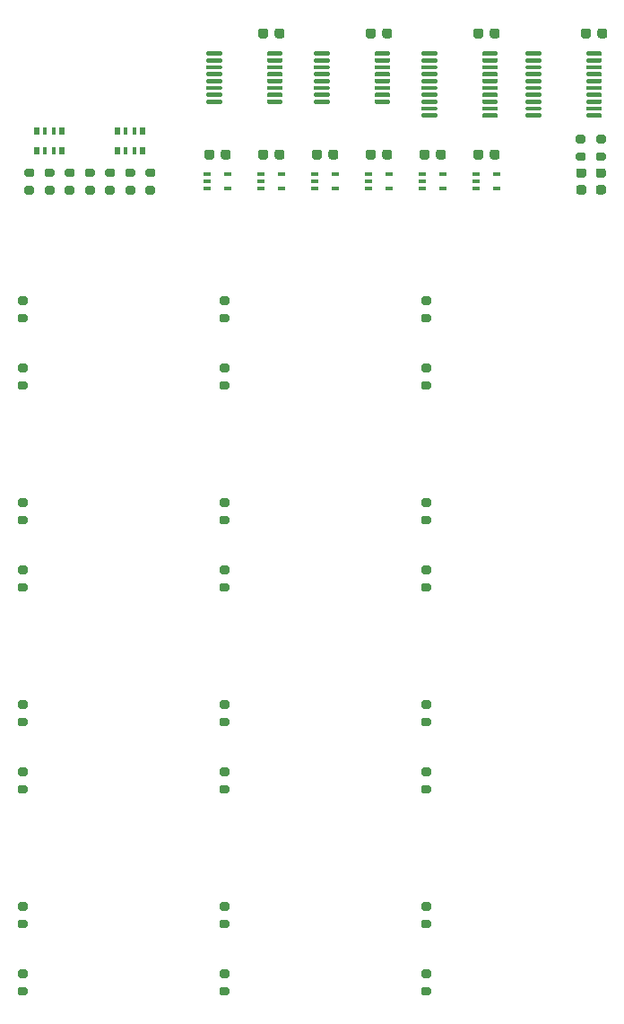
<source format=gbr>
%TF.GenerationSoftware,KiCad,Pcbnew,(5.1.9)-1*%
%TF.CreationDate,2021-05-31T11:32:24+02:00*%
%TF.ProjectId,periph_numpad,70657269-7068-45f6-9e75-6d7061642e6b,v1.0*%
%TF.SameCoordinates,Original*%
%TF.FileFunction,Paste,Top*%
%TF.FilePolarity,Positive*%
%FSLAX46Y46*%
G04 Gerber Fmt 4.6, Leading zero omitted, Abs format (unit mm)*
G04 Created by KiCad (PCBNEW (5.1.9)-1) date 2021-05-31 11:32:24*
%MOMM*%
%LPD*%
G01*
G04 APERTURE LIST*
%ADD10R,0.650000X0.400000*%
%ADD11R,0.500000X0.800000*%
%ADD12R,0.400000X0.800000*%
G04 APERTURE END LIST*
%TO.C,U1*%
G36*
G01*
X95470000Y-68680000D02*
X95470000Y-68480000D01*
G75*
G02*
X95570000Y-68380000I100000J0D01*
G01*
X96845000Y-68380000D01*
G75*
G02*
X96945000Y-68480000I0J-100000D01*
G01*
X96945000Y-68680000D01*
G75*
G02*
X96845000Y-68780000I-100000J0D01*
G01*
X95570000Y-68780000D01*
G75*
G02*
X95470000Y-68680000I0J100000D01*
G01*
G37*
G36*
G01*
X95470000Y-69330000D02*
X95470000Y-69130000D01*
G75*
G02*
X95570000Y-69030000I100000J0D01*
G01*
X96845000Y-69030000D01*
G75*
G02*
X96945000Y-69130000I0J-100000D01*
G01*
X96945000Y-69330000D01*
G75*
G02*
X96845000Y-69430000I-100000J0D01*
G01*
X95570000Y-69430000D01*
G75*
G02*
X95470000Y-69330000I0J100000D01*
G01*
G37*
G36*
G01*
X95470000Y-69980000D02*
X95470000Y-69780000D01*
G75*
G02*
X95570000Y-69680000I100000J0D01*
G01*
X96845000Y-69680000D01*
G75*
G02*
X96945000Y-69780000I0J-100000D01*
G01*
X96945000Y-69980000D01*
G75*
G02*
X96845000Y-70080000I-100000J0D01*
G01*
X95570000Y-70080000D01*
G75*
G02*
X95470000Y-69980000I0J100000D01*
G01*
G37*
G36*
G01*
X95470000Y-70630000D02*
X95470000Y-70430000D01*
G75*
G02*
X95570000Y-70330000I100000J0D01*
G01*
X96845000Y-70330000D01*
G75*
G02*
X96945000Y-70430000I0J-100000D01*
G01*
X96945000Y-70630000D01*
G75*
G02*
X96845000Y-70730000I-100000J0D01*
G01*
X95570000Y-70730000D01*
G75*
G02*
X95470000Y-70630000I0J100000D01*
G01*
G37*
G36*
G01*
X95470000Y-71280000D02*
X95470000Y-71080000D01*
G75*
G02*
X95570000Y-70980000I100000J0D01*
G01*
X96845000Y-70980000D01*
G75*
G02*
X96945000Y-71080000I0J-100000D01*
G01*
X96945000Y-71280000D01*
G75*
G02*
X96845000Y-71380000I-100000J0D01*
G01*
X95570000Y-71380000D01*
G75*
G02*
X95470000Y-71280000I0J100000D01*
G01*
G37*
G36*
G01*
X95470000Y-71930000D02*
X95470000Y-71730000D01*
G75*
G02*
X95570000Y-71630000I100000J0D01*
G01*
X96845000Y-71630000D01*
G75*
G02*
X96945000Y-71730000I0J-100000D01*
G01*
X96945000Y-71930000D01*
G75*
G02*
X96845000Y-72030000I-100000J0D01*
G01*
X95570000Y-72030000D01*
G75*
G02*
X95470000Y-71930000I0J100000D01*
G01*
G37*
G36*
G01*
X95470000Y-72580000D02*
X95470000Y-72380000D01*
G75*
G02*
X95570000Y-72280000I100000J0D01*
G01*
X96845000Y-72280000D01*
G75*
G02*
X96945000Y-72380000I0J-100000D01*
G01*
X96945000Y-72580000D01*
G75*
G02*
X96845000Y-72680000I-100000J0D01*
G01*
X95570000Y-72680000D01*
G75*
G02*
X95470000Y-72580000I0J100000D01*
G01*
G37*
G36*
G01*
X95470000Y-73230000D02*
X95470000Y-73030000D01*
G75*
G02*
X95570000Y-72930000I100000J0D01*
G01*
X96845000Y-72930000D01*
G75*
G02*
X96945000Y-73030000I0J-100000D01*
G01*
X96945000Y-73230000D01*
G75*
G02*
X96845000Y-73330000I-100000J0D01*
G01*
X95570000Y-73330000D01*
G75*
G02*
X95470000Y-73230000I0J100000D01*
G01*
G37*
G36*
G01*
X89745000Y-73230000D02*
X89745000Y-73030000D01*
G75*
G02*
X89845000Y-72930000I100000J0D01*
G01*
X91120000Y-72930000D01*
G75*
G02*
X91220000Y-73030000I0J-100000D01*
G01*
X91220000Y-73230000D01*
G75*
G02*
X91120000Y-73330000I-100000J0D01*
G01*
X89845000Y-73330000D01*
G75*
G02*
X89745000Y-73230000I0J100000D01*
G01*
G37*
G36*
G01*
X89745000Y-72580000D02*
X89745000Y-72380000D01*
G75*
G02*
X89845000Y-72280000I100000J0D01*
G01*
X91120000Y-72280000D01*
G75*
G02*
X91220000Y-72380000I0J-100000D01*
G01*
X91220000Y-72580000D01*
G75*
G02*
X91120000Y-72680000I-100000J0D01*
G01*
X89845000Y-72680000D01*
G75*
G02*
X89745000Y-72580000I0J100000D01*
G01*
G37*
G36*
G01*
X89745000Y-71930000D02*
X89745000Y-71730000D01*
G75*
G02*
X89845000Y-71630000I100000J0D01*
G01*
X91120000Y-71630000D01*
G75*
G02*
X91220000Y-71730000I0J-100000D01*
G01*
X91220000Y-71930000D01*
G75*
G02*
X91120000Y-72030000I-100000J0D01*
G01*
X89845000Y-72030000D01*
G75*
G02*
X89745000Y-71930000I0J100000D01*
G01*
G37*
G36*
G01*
X89745000Y-71280000D02*
X89745000Y-71080000D01*
G75*
G02*
X89845000Y-70980000I100000J0D01*
G01*
X91120000Y-70980000D01*
G75*
G02*
X91220000Y-71080000I0J-100000D01*
G01*
X91220000Y-71280000D01*
G75*
G02*
X91120000Y-71380000I-100000J0D01*
G01*
X89845000Y-71380000D01*
G75*
G02*
X89745000Y-71280000I0J100000D01*
G01*
G37*
G36*
G01*
X89745000Y-70630000D02*
X89745000Y-70430000D01*
G75*
G02*
X89845000Y-70330000I100000J0D01*
G01*
X91120000Y-70330000D01*
G75*
G02*
X91220000Y-70430000I0J-100000D01*
G01*
X91220000Y-70630000D01*
G75*
G02*
X91120000Y-70730000I-100000J0D01*
G01*
X89845000Y-70730000D01*
G75*
G02*
X89745000Y-70630000I0J100000D01*
G01*
G37*
G36*
G01*
X89745000Y-69980000D02*
X89745000Y-69780000D01*
G75*
G02*
X89845000Y-69680000I100000J0D01*
G01*
X91120000Y-69680000D01*
G75*
G02*
X91220000Y-69780000I0J-100000D01*
G01*
X91220000Y-69980000D01*
G75*
G02*
X91120000Y-70080000I-100000J0D01*
G01*
X89845000Y-70080000D01*
G75*
G02*
X89745000Y-69980000I0J100000D01*
G01*
G37*
G36*
G01*
X89745000Y-69330000D02*
X89745000Y-69130000D01*
G75*
G02*
X89845000Y-69030000I100000J0D01*
G01*
X91120000Y-69030000D01*
G75*
G02*
X91220000Y-69130000I0J-100000D01*
G01*
X91220000Y-69330000D01*
G75*
G02*
X91120000Y-69430000I-100000J0D01*
G01*
X89845000Y-69430000D01*
G75*
G02*
X89745000Y-69330000I0J100000D01*
G01*
G37*
G36*
G01*
X89745000Y-68680000D02*
X89745000Y-68480000D01*
G75*
G02*
X89845000Y-68380000I100000J0D01*
G01*
X91120000Y-68380000D01*
G75*
G02*
X91220000Y-68480000I0J-100000D01*
G01*
X91220000Y-68680000D01*
G75*
G02*
X91120000Y-68780000I-100000J0D01*
G01*
X89845000Y-68780000D01*
G75*
G02*
X89745000Y-68680000I0J100000D01*
G01*
G37*
%TD*%
%TO.C,R33*%
G36*
G01*
X124820000Y-77895000D02*
X125370000Y-77895000D01*
G75*
G02*
X125570000Y-78095000I0J-200000D01*
G01*
X125570000Y-78495000D01*
G75*
G02*
X125370000Y-78695000I-200000J0D01*
G01*
X124820000Y-78695000D01*
G75*
G02*
X124620000Y-78495000I0J200000D01*
G01*
X124620000Y-78095000D01*
G75*
G02*
X124820000Y-77895000I200000J0D01*
G01*
G37*
G36*
G01*
X124820000Y-76245000D02*
X125370000Y-76245000D01*
G75*
G02*
X125570000Y-76445000I0J-200000D01*
G01*
X125570000Y-76845000D01*
G75*
G02*
X125370000Y-77045000I-200000J0D01*
G01*
X124820000Y-77045000D01*
G75*
G02*
X124620000Y-76845000I0J200000D01*
G01*
X124620000Y-76445000D01*
G75*
G02*
X124820000Y-76245000I200000J0D01*
G01*
G37*
%TD*%
%TO.C,R32*%
G36*
G01*
X126725000Y-77895000D02*
X127275000Y-77895000D01*
G75*
G02*
X127475000Y-78095000I0J-200000D01*
G01*
X127475000Y-78495000D01*
G75*
G02*
X127275000Y-78695000I-200000J0D01*
G01*
X126725000Y-78695000D01*
G75*
G02*
X126525000Y-78495000I0J200000D01*
G01*
X126525000Y-78095000D01*
G75*
G02*
X126725000Y-77895000I200000J0D01*
G01*
G37*
G36*
G01*
X126725000Y-76245000D02*
X127275000Y-76245000D01*
G75*
G02*
X127475000Y-76445000I0J-200000D01*
G01*
X127475000Y-76845000D01*
G75*
G02*
X127275000Y-77045000I-200000J0D01*
G01*
X126725000Y-77045000D01*
G75*
G02*
X126525000Y-76845000I0J200000D01*
G01*
X126525000Y-76445000D01*
G75*
G02*
X126725000Y-76245000I200000J0D01*
G01*
G37*
%TD*%
D10*
%TO.C,U10*%
X117155000Y-79995000D03*
X117155000Y-81295000D03*
X115255000Y-80645000D03*
X115255000Y-81295000D03*
X115255000Y-79995000D03*
%TD*%
%TO.C,C10*%
G36*
G01*
X116530000Y-78355000D02*
X116530000Y-77855000D01*
G75*
G02*
X116755000Y-77630000I225000J0D01*
G01*
X117205000Y-77630000D01*
G75*
G02*
X117430000Y-77855000I0J-225000D01*
G01*
X117430000Y-78355000D01*
G75*
G02*
X117205000Y-78580000I-225000J0D01*
G01*
X116755000Y-78580000D01*
G75*
G02*
X116530000Y-78355000I0J225000D01*
G01*
G37*
G36*
G01*
X114980000Y-78355000D02*
X114980000Y-77855000D01*
G75*
G02*
X115205000Y-77630000I225000J0D01*
G01*
X115655000Y-77630000D01*
G75*
G02*
X115880000Y-77855000I0J-225000D01*
G01*
X115880000Y-78355000D01*
G75*
G02*
X115655000Y-78580000I-225000J0D01*
G01*
X115205000Y-78580000D01*
G75*
G02*
X114980000Y-78355000I0J225000D01*
G01*
G37*
%TD*%
%TO.C,R7*%
G36*
G01*
X73300000Y-80220000D02*
X72750000Y-80220000D01*
G75*
G02*
X72550000Y-80020000I0J200000D01*
G01*
X72550000Y-79620000D01*
G75*
G02*
X72750000Y-79420000I200000J0D01*
G01*
X73300000Y-79420000D01*
G75*
G02*
X73500000Y-79620000I0J-200000D01*
G01*
X73500000Y-80020000D01*
G75*
G02*
X73300000Y-80220000I-200000J0D01*
G01*
G37*
G36*
G01*
X73300000Y-81870000D02*
X72750000Y-81870000D01*
G75*
G02*
X72550000Y-81670000I0J200000D01*
G01*
X72550000Y-81270000D01*
G75*
G02*
X72750000Y-81070000I200000J0D01*
G01*
X73300000Y-81070000D01*
G75*
G02*
X73500000Y-81270000I0J-200000D01*
G01*
X73500000Y-81670000D01*
G75*
G02*
X73300000Y-81870000I-200000J0D01*
G01*
G37*
%TD*%
%TO.C,R6*%
G36*
G01*
X75205000Y-80220000D02*
X74655000Y-80220000D01*
G75*
G02*
X74455000Y-80020000I0J200000D01*
G01*
X74455000Y-79620000D01*
G75*
G02*
X74655000Y-79420000I200000J0D01*
G01*
X75205000Y-79420000D01*
G75*
G02*
X75405000Y-79620000I0J-200000D01*
G01*
X75405000Y-80020000D01*
G75*
G02*
X75205000Y-80220000I-200000J0D01*
G01*
G37*
G36*
G01*
X75205000Y-81870000D02*
X74655000Y-81870000D01*
G75*
G02*
X74455000Y-81670000I0J200000D01*
G01*
X74455000Y-81270000D01*
G75*
G02*
X74655000Y-81070000I200000J0D01*
G01*
X75205000Y-81070000D01*
G75*
G02*
X75405000Y-81270000I0J-200000D01*
G01*
X75405000Y-81670000D01*
G75*
G02*
X75205000Y-81870000I-200000J0D01*
G01*
G37*
%TD*%
%TO.C,R5*%
G36*
G01*
X77110000Y-80220000D02*
X76560000Y-80220000D01*
G75*
G02*
X76360000Y-80020000I0J200000D01*
G01*
X76360000Y-79620000D01*
G75*
G02*
X76560000Y-79420000I200000J0D01*
G01*
X77110000Y-79420000D01*
G75*
G02*
X77310000Y-79620000I0J-200000D01*
G01*
X77310000Y-80020000D01*
G75*
G02*
X77110000Y-80220000I-200000J0D01*
G01*
G37*
G36*
G01*
X77110000Y-81870000D02*
X76560000Y-81870000D01*
G75*
G02*
X76360000Y-81670000I0J200000D01*
G01*
X76360000Y-81270000D01*
G75*
G02*
X76560000Y-81070000I200000J0D01*
G01*
X77110000Y-81070000D01*
G75*
G02*
X77310000Y-81270000I0J-200000D01*
G01*
X77310000Y-81670000D01*
G75*
G02*
X77110000Y-81870000I-200000J0D01*
G01*
G37*
%TD*%
%TO.C,R4*%
G36*
G01*
X79015000Y-80220000D02*
X78465000Y-80220000D01*
G75*
G02*
X78265000Y-80020000I0J200000D01*
G01*
X78265000Y-79620000D01*
G75*
G02*
X78465000Y-79420000I200000J0D01*
G01*
X79015000Y-79420000D01*
G75*
G02*
X79215000Y-79620000I0J-200000D01*
G01*
X79215000Y-80020000D01*
G75*
G02*
X79015000Y-80220000I-200000J0D01*
G01*
G37*
G36*
G01*
X79015000Y-81870000D02*
X78465000Y-81870000D01*
G75*
G02*
X78265000Y-81670000I0J200000D01*
G01*
X78265000Y-81270000D01*
G75*
G02*
X78465000Y-81070000I200000J0D01*
G01*
X79015000Y-81070000D01*
G75*
G02*
X79215000Y-81270000I0J-200000D01*
G01*
X79215000Y-81670000D01*
G75*
G02*
X79015000Y-81870000I-200000J0D01*
G01*
G37*
%TD*%
%TO.C,R3*%
G36*
G01*
X80920000Y-80220000D02*
X80370000Y-80220000D01*
G75*
G02*
X80170000Y-80020000I0J200000D01*
G01*
X80170000Y-79620000D01*
G75*
G02*
X80370000Y-79420000I200000J0D01*
G01*
X80920000Y-79420000D01*
G75*
G02*
X81120000Y-79620000I0J-200000D01*
G01*
X81120000Y-80020000D01*
G75*
G02*
X80920000Y-80220000I-200000J0D01*
G01*
G37*
G36*
G01*
X80920000Y-81870000D02*
X80370000Y-81870000D01*
G75*
G02*
X80170000Y-81670000I0J200000D01*
G01*
X80170000Y-81270000D01*
G75*
G02*
X80370000Y-81070000I200000J0D01*
G01*
X80920000Y-81070000D01*
G75*
G02*
X81120000Y-81270000I0J-200000D01*
G01*
X81120000Y-81670000D01*
G75*
G02*
X80920000Y-81870000I-200000J0D01*
G01*
G37*
%TD*%
%TO.C,R2*%
G36*
G01*
X82825000Y-80220000D02*
X82275000Y-80220000D01*
G75*
G02*
X82075000Y-80020000I0J200000D01*
G01*
X82075000Y-79620000D01*
G75*
G02*
X82275000Y-79420000I200000J0D01*
G01*
X82825000Y-79420000D01*
G75*
G02*
X83025000Y-79620000I0J-200000D01*
G01*
X83025000Y-80020000D01*
G75*
G02*
X82825000Y-80220000I-200000J0D01*
G01*
G37*
G36*
G01*
X82825000Y-81870000D02*
X82275000Y-81870000D01*
G75*
G02*
X82075000Y-81670000I0J200000D01*
G01*
X82075000Y-81270000D01*
G75*
G02*
X82275000Y-81070000I200000J0D01*
G01*
X82825000Y-81070000D01*
G75*
G02*
X83025000Y-81270000I0J-200000D01*
G01*
X83025000Y-81670000D01*
G75*
G02*
X82825000Y-81870000I-200000J0D01*
G01*
G37*
%TD*%
%TO.C,R1*%
G36*
G01*
X84730000Y-80220000D02*
X84180000Y-80220000D01*
G75*
G02*
X83980000Y-80020000I0J200000D01*
G01*
X83980000Y-79620000D01*
G75*
G02*
X84180000Y-79420000I200000J0D01*
G01*
X84730000Y-79420000D01*
G75*
G02*
X84930000Y-79620000I0J-200000D01*
G01*
X84930000Y-80020000D01*
G75*
G02*
X84730000Y-80220000I-200000J0D01*
G01*
G37*
G36*
G01*
X84730000Y-81870000D02*
X84180000Y-81870000D01*
G75*
G02*
X83980000Y-81670000I0J200000D01*
G01*
X83980000Y-81270000D01*
G75*
G02*
X84180000Y-81070000I200000J0D01*
G01*
X84730000Y-81070000D01*
G75*
G02*
X84930000Y-81270000I0J-200000D01*
G01*
X84930000Y-81670000D01*
G75*
G02*
X84730000Y-81870000I-200000J0D01*
G01*
G37*
%TD*%
%TO.C,D14*%
G36*
G01*
X125401250Y-80295000D02*
X124888750Y-80295000D01*
G75*
G02*
X124670000Y-80076250I0J218750D01*
G01*
X124670000Y-79638750D01*
G75*
G02*
X124888750Y-79420000I218750J0D01*
G01*
X125401250Y-79420000D01*
G75*
G02*
X125620000Y-79638750I0J-218750D01*
G01*
X125620000Y-80076250D01*
G75*
G02*
X125401250Y-80295000I-218750J0D01*
G01*
G37*
G36*
G01*
X125401250Y-81870000D02*
X124888750Y-81870000D01*
G75*
G02*
X124670000Y-81651250I0J218750D01*
G01*
X124670000Y-81213750D01*
G75*
G02*
X124888750Y-80995000I218750J0D01*
G01*
X125401250Y-80995000D01*
G75*
G02*
X125620000Y-81213750I0J-218750D01*
G01*
X125620000Y-81651250D01*
G75*
G02*
X125401250Y-81870000I-218750J0D01*
G01*
G37*
%TD*%
%TO.C,D13*%
G36*
G01*
X127256250Y-80295000D02*
X126743750Y-80295000D01*
G75*
G02*
X126525000Y-80076250I0J218750D01*
G01*
X126525000Y-79638750D01*
G75*
G02*
X126743750Y-79420000I218750J0D01*
G01*
X127256250Y-79420000D01*
G75*
G02*
X127475000Y-79638750I0J-218750D01*
G01*
X127475000Y-80076250D01*
G75*
G02*
X127256250Y-80295000I-218750J0D01*
G01*
G37*
G36*
G01*
X127256250Y-81870000D02*
X126743750Y-81870000D01*
G75*
G02*
X126525000Y-81651250I0J218750D01*
G01*
X126525000Y-81213750D01*
G75*
G02*
X126743750Y-80995000I218750J0D01*
G01*
X127256250Y-80995000D01*
G75*
G02*
X127475000Y-81213750I0J-218750D01*
G01*
X127475000Y-81651250D01*
G75*
G02*
X127256250Y-81870000I-218750J0D01*
G01*
G37*
%TD*%
%TO.C,U9*%
G36*
G01*
X115790000Y-68680000D02*
X115790000Y-68480000D01*
G75*
G02*
X115890000Y-68380000I100000J0D01*
G01*
X117165000Y-68380000D01*
G75*
G02*
X117265000Y-68480000I0J-100000D01*
G01*
X117265000Y-68680000D01*
G75*
G02*
X117165000Y-68780000I-100000J0D01*
G01*
X115890000Y-68780000D01*
G75*
G02*
X115790000Y-68680000I0J100000D01*
G01*
G37*
G36*
G01*
X115790000Y-69330000D02*
X115790000Y-69130000D01*
G75*
G02*
X115890000Y-69030000I100000J0D01*
G01*
X117165000Y-69030000D01*
G75*
G02*
X117265000Y-69130000I0J-100000D01*
G01*
X117265000Y-69330000D01*
G75*
G02*
X117165000Y-69430000I-100000J0D01*
G01*
X115890000Y-69430000D01*
G75*
G02*
X115790000Y-69330000I0J100000D01*
G01*
G37*
G36*
G01*
X115790000Y-69980000D02*
X115790000Y-69780000D01*
G75*
G02*
X115890000Y-69680000I100000J0D01*
G01*
X117165000Y-69680000D01*
G75*
G02*
X117265000Y-69780000I0J-100000D01*
G01*
X117265000Y-69980000D01*
G75*
G02*
X117165000Y-70080000I-100000J0D01*
G01*
X115890000Y-70080000D01*
G75*
G02*
X115790000Y-69980000I0J100000D01*
G01*
G37*
G36*
G01*
X115790000Y-70630000D02*
X115790000Y-70430000D01*
G75*
G02*
X115890000Y-70330000I100000J0D01*
G01*
X117165000Y-70330000D01*
G75*
G02*
X117265000Y-70430000I0J-100000D01*
G01*
X117265000Y-70630000D01*
G75*
G02*
X117165000Y-70730000I-100000J0D01*
G01*
X115890000Y-70730000D01*
G75*
G02*
X115790000Y-70630000I0J100000D01*
G01*
G37*
G36*
G01*
X115790000Y-71280000D02*
X115790000Y-71080000D01*
G75*
G02*
X115890000Y-70980000I100000J0D01*
G01*
X117165000Y-70980000D01*
G75*
G02*
X117265000Y-71080000I0J-100000D01*
G01*
X117265000Y-71280000D01*
G75*
G02*
X117165000Y-71380000I-100000J0D01*
G01*
X115890000Y-71380000D01*
G75*
G02*
X115790000Y-71280000I0J100000D01*
G01*
G37*
G36*
G01*
X115790000Y-71930000D02*
X115790000Y-71730000D01*
G75*
G02*
X115890000Y-71630000I100000J0D01*
G01*
X117165000Y-71630000D01*
G75*
G02*
X117265000Y-71730000I0J-100000D01*
G01*
X117265000Y-71930000D01*
G75*
G02*
X117165000Y-72030000I-100000J0D01*
G01*
X115890000Y-72030000D01*
G75*
G02*
X115790000Y-71930000I0J100000D01*
G01*
G37*
G36*
G01*
X115790000Y-72580000D02*
X115790000Y-72380000D01*
G75*
G02*
X115890000Y-72280000I100000J0D01*
G01*
X117165000Y-72280000D01*
G75*
G02*
X117265000Y-72380000I0J-100000D01*
G01*
X117265000Y-72580000D01*
G75*
G02*
X117165000Y-72680000I-100000J0D01*
G01*
X115890000Y-72680000D01*
G75*
G02*
X115790000Y-72580000I0J100000D01*
G01*
G37*
G36*
G01*
X115790000Y-73230000D02*
X115790000Y-73030000D01*
G75*
G02*
X115890000Y-72930000I100000J0D01*
G01*
X117165000Y-72930000D01*
G75*
G02*
X117265000Y-73030000I0J-100000D01*
G01*
X117265000Y-73230000D01*
G75*
G02*
X117165000Y-73330000I-100000J0D01*
G01*
X115890000Y-73330000D01*
G75*
G02*
X115790000Y-73230000I0J100000D01*
G01*
G37*
G36*
G01*
X115790000Y-73880000D02*
X115790000Y-73680000D01*
G75*
G02*
X115890000Y-73580000I100000J0D01*
G01*
X117165000Y-73580000D01*
G75*
G02*
X117265000Y-73680000I0J-100000D01*
G01*
X117265000Y-73880000D01*
G75*
G02*
X117165000Y-73980000I-100000J0D01*
G01*
X115890000Y-73980000D01*
G75*
G02*
X115790000Y-73880000I0J100000D01*
G01*
G37*
G36*
G01*
X115790000Y-74530000D02*
X115790000Y-74330000D01*
G75*
G02*
X115890000Y-74230000I100000J0D01*
G01*
X117165000Y-74230000D01*
G75*
G02*
X117265000Y-74330000I0J-100000D01*
G01*
X117265000Y-74530000D01*
G75*
G02*
X117165000Y-74630000I-100000J0D01*
G01*
X115890000Y-74630000D01*
G75*
G02*
X115790000Y-74530000I0J100000D01*
G01*
G37*
G36*
G01*
X110065000Y-74530000D02*
X110065000Y-74330000D01*
G75*
G02*
X110165000Y-74230000I100000J0D01*
G01*
X111440000Y-74230000D01*
G75*
G02*
X111540000Y-74330000I0J-100000D01*
G01*
X111540000Y-74530000D01*
G75*
G02*
X111440000Y-74630000I-100000J0D01*
G01*
X110165000Y-74630000D01*
G75*
G02*
X110065000Y-74530000I0J100000D01*
G01*
G37*
G36*
G01*
X110065000Y-73880000D02*
X110065000Y-73680000D01*
G75*
G02*
X110165000Y-73580000I100000J0D01*
G01*
X111440000Y-73580000D01*
G75*
G02*
X111540000Y-73680000I0J-100000D01*
G01*
X111540000Y-73880000D01*
G75*
G02*
X111440000Y-73980000I-100000J0D01*
G01*
X110165000Y-73980000D01*
G75*
G02*
X110065000Y-73880000I0J100000D01*
G01*
G37*
G36*
G01*
X110065000Y-73230000D02*
X110065000Y-73030000D01*
G75*
G02*
X110165000Y-72930000I100000J0D01*
G01*
X111440000Y-72930000D01*
G75*
G02*
X111540000Y-73030000I0J-100000D01*
G01*
X111540000Y-73230000D01*
G75*
G02*
X111440000Y-73330000I-100000J0D01*
G01*
X110165000Y-73330000D01*
G75*
G02*
X110065000Y-73230000I0J100000D01*
G01*
G37*
G36*
G01*
X110065000Y-72580000D02*
X110065000Y-72380000D01*
G75*
G02*
X110165000Y-72280000I100000J0D01*
G01*
X111440000Y-72280000D01*
G75*
G02*
X111540000Y-72380000I0J-100000D01*
G01*
X111540000Y-72580000D01*
G75*
G02*
X111440000Y-72680000I-100000J0D01*
G01*
X110165000Y-72680000D01*
G75*
G02*
X110065000Y-72580000I0J100000D01*
G01*
G37*
G36*
G01*
X110065000Y-71930000D02*
X110065000Y-71730000D01*
G75*
G02*
X110165000Y-71630000I100000J0D01*
G01*
X111440000Y-71630000D01*
G75*
G02*
X111540000Y-71730000I0J-100000D01*
G01*
X111540000Y-71930000D01*
G75*
G02*
X111440000Y-72030000I-100000J0D01*
G01*
X110165000Y-72030000D01*
G75*
G02*
X110065000Y-71930000I0J100000D01*
G01*
G37*
G36*
G01*
X110065000Y-71280000D02*
X110065000Y-71080000D01*
G75*
G02*
X110165000Y-70980000I100000J0D01*
G01*
X111440000Y-70980000D01*
G75*
G02*
X111540000Y-71080000I0J-100000D01*
G01*
X111540000Y-71280000D01*
G75*
G02*
X111440000Y-71380000I-100000J0D01*
G01*
X110165000Y-71380000D01*
G75*
G02*
X110065000Y-71280000I0J100000D01*
G01*
G37*
G36*
G01*
X110065000Y-70630000D02*
X110065000Y-70430000D01*
G75*
G02*
X110165000Y-70330000I100000J0D01*
G01*
X111440000Y-70330000D01*
G75*
G02*
X111540000Y-70430000I0J-100000D01*
G01*
X111540000Y-70630000D01*
G75*
G02*
X111440000Y-70730000I-100000J0D01*
G01*
X110165000Y-70730000D01*
G75*
G02*
X110065000Y-70630000I0J100000D01*
G01*
G37*
G36*
G01*
X110065000Y-69980000D02*
X110065000Y-69780000D01*
G75*
G02*
X110165000Y-69680000I100000J0D01*
G01*
X111440000Y-69680000D01*
G75*
G02*
X111540000Y-69780000I0J-100000D01*
G01*
X111540000Y-69980000D01*
G75*
G02*
X111440000Y-70080000I-100000J0D01*
G01*
X110165000Y-70080000D01*
G75*
G02*
X110065000Y-69980000I0J100000D01*
G01*
G37*
G36*
G01*
X110065000Y-69330000D02*
X110065000Y-69130000D01*
G75*
G02*
X110165000Y-69030000I100000J0D01*
G01*
X111440000Y-69030000D01*
G75*
G02*
X111540000Y-69130000I0J-100000D01*
G01*
X111540000Y-69330000D01*
G75*
G02*
X111440000Y-69430000I-100000J0D01*
G01*
X110165000Y-69430000D01*
G75*
G02*
X110065000Y-69330000I0J100000D01*
G01*
G37*
G36*
G01*
X110065000Y-68680000D02*
X110065000Y-68480000D01*
G75*
G02*
X110165000Y-68380000I100000J0D01*
G01*
X111440000Y-68380000D01*
G75*
G02*
X111540000Y-68480000I0J-100000D01*
G01*
X111540000Y-68680000D01*
G75*
G02*
X111440000Y-68780000I-100000J0D01*
G01*
X110165000Y-68780000D01*
G75*
G02*
X110065000Y-68680000I0J100000D01*
G01*
G37*
%TD*%
%TO.C,U8*%
G36*
G01*
X125627500Y-68680000D02*
X125627500Y-68480000D01*
G75*
G02*
X125727500Y-68380000I100000J0D01*
G01*
X127002500Y-68380000D01*
G75*
G02*
X127102500Y-68480000I0J-100000D01*
G01*
X127102500Y-68680000D01*
G75*
G02*
X127002500Y-68780000I-100000J0D01*
G01*
X125727500Y-68780000D01*
G75*
G02*
X125627500Y-68680000I0J100000D01*
G01*
G37*
G36*
G01*
X125627500Y-69330000D02*
X125627500Y-69130000D01*
G75*
G02*
X125727500Y-69030000I100000J0D01*
G01*
X127002500Y-69030000D01*
G75*
G02*
X127102500Y-69130000I0J-100000D01*
G01*
X127102500Y-69330000D01*
G75*
G02*
X127002500Y-69430000I-100000J0D01*
G01*
X125727500Y-69430000D01*
G75*
G02*
X125627500Y-69330000I0J100000D01*
G01*
G37*
G36*
G01*
X125627500Y-69980000D02*
X125627500Y-69780000D01*
G75*
G02*
X125727500Y-69680000I100000J0D01*
G01*
X127002500Y-69680000D01*
G75*
G02*
X127102500Y-69780000I0J-100000D01*
G01*
X127102500Y-69980000D01*
G75*
G02*
X127002500Y-70080000I-100000J0D01*
G01*
X125727500Y-70080000D01*
G75*
G02*
X125627500Y-69980000I0J100000D01*
G01*
G37*
G36*
G01*
X125627500Y-70630000D02*
X125627500Y-70430000D01*
G75*
G02*
X125727500Y-70330000I100000J0D01*
G01*
X127002500Y-70330000D01*
G75*
G02*
X127102500Y-70430000I0J-100000D01*
G01*
X127102500Y-70630000D01*
G75*
G02*
X127002500Y-70730000I-100000J0D01*
G01*
X125727500Y-70730000D01*
G75*
G02*
X125627500Y-70630000I0J100000D01*
G01*
G37*
G36*
G01*
X125627500Y-71280000D02*
X125627500Y-71080000D01*
G75*
G02*
X125727500Y-70980000I100000J0D01*
G01*
X127002500Y-70980000D01*
G75*
G02*
X127102500Y-71080000I0J-100000D01*
G01*
X127102500Y-71280000D01*
G75*
G02*
X127002500Y-71380000I-100000J0D01*
G01*
X125727500Y-71380000D01*
G75*
G02*
X125627500Y-71280000I0J100000D01*
G01*
G37*
G36*
G01*
X125627500Y-71930000D02*
X125627500Y-71730000D01*
G75*
G02*
X125727500Y-71630000I100000J0D01*
G01*
X127002500Y-71630000D01*
G75*
G02*
X127102500Y-71730000I0J-100000D01*
G01*
X127102500Y-71930000D01*
G75*
G02*
X127002500Y-72030000I-100000J0D01*
G01*
X125727500Y-72030000D01*
G75*
G02*
X125627500Y-71930000I0J100000D01*
G01*
G37*
G36*
G01*
X125627500Y-72580000D02*
X125627500Y-72380000D01*
G75*
G02*
X125727500Y-72280000I100000J0D01*
G01*
X127002500Y-72280000D01*
G75*
G02*
X127102500Y-72380000I0J-100000D01*
G01*
X127102500Y-72580000D01*
G75*
G02*
X127002500Y-72680000I-100000J0D01*
G01*
X125727500Y-72680000D01*
G75*
G02*
X125627500Y-72580000I0J100000D01*
G01*
G37*
G36*
G01*
X125627500Y-73230000D02*
X125627500Y-73030000D01*
G75*
G02*
X125727500Y-72930000I100000J0D01*
G01*
X127002500Y-72930000D01*
G75*
G02*
X127102500Y-73030000I0J-100000D01*
G01*
X127102500Y-73230000D01*
G75*
G02*
X127002500Y-73330000I-100000J0D01*
G01*
X125727500Y-73330000D01*
G75*
G02*
X125627500Y-73230000I0J100000D01*
G01*
G37*
G36*
G01*
X125627500Y-73880000D02*
X125627500Y-73680000D01*
G75*
G02*
X125727500Y-73580000I100000J0D01*
G01*
X127002500Y-73580000D01*
G75*
G02*
X127102500Y-73680000I0J-100000D01*
G01*
X127102500Y-73880000D01*
G75*
G02*
X127002500Y-73980000I-100000J0D01*
G01*
X125727500Y-73980000D01*
G75*
G02*
X125627500Y-73880000I0J100000D01*
G01*
G37*
G36*
G01*
X125627500Y-74530000D02*
X125627500Y-74330000D01*
G75*
G02*
X125727500Y-74230000I100000J0D01*
G01*
X127002500Y-74230000D01*
G75*
G02*
X127102500Y-74330000I0J-100000D01*
G01*
X127102500Y-74530000D01*
G75*
G02*
X127002500Y-74630000I-100000J0D01*
G01*
X125727500Y-74630000D01*
G75*
G02*
X125627500Y-74530000I0J100000D01*
G01*
G37*
G36*
G01*
X119902500Y-74530000D02*
X119902500Y-74330000D01*
G75*
G02*
X120002500Y-74230000I100000J0D01*
G01*
X121277500Y-74230000D01*
G75*
G02*
X121377500Y-74330000I0J-100000D01*
G01*
X121377500Y-74530000D01*
G75*
G02*
X121277500Y-74630000I-100000J0D01*
G01*
X120002500Y-74630000D01*
G75*
G02*
X119902500Y-74530000I0J100000D01*
G01*
G37*
G36*
G01*
X119902500Y-73880000D02*
X119902500Y-73680000D01*
G75*
G02*
X120002500Y-73580000I100000J0D01*
G01*
X121277500Y-73580000D01*
G75*
G02*
X121377500Y-73680000I0J-100000D01*
G01*
X121377500Y-73880000D01*
G75*
G02*
X121277500Y-73980000I-100000J0D01*
G01*
X120002500Y-73980000D01*
G75*
G02*
X119902500Y-73880000I0J100000D01*
G01*
G37*
G36*
G01*
X119902500Y-73230000D02*
X119902500Y-73030000D01*
G75*
G02*
X120002500Y-72930000I100000J0D01*
G01*
X121277500Y-72930000D01*
G75*
G02*
X121377500Y-73030000I0J-100000D01*
G01*
X121377500Y-73230000D01*
G75*
G02*
X121277500Y-73330000I-100000J0D01*
G01*
X120002500Y-73330000D01*
G75*
G02*
X119902500Y-73230000I0J100000D01*
G01*
G37*
G36*
G01*
X119902500Y-72580000D02*
X119902500Y-72380000D01*
G75*
G02*
X120002500Y-72280000I100000J0D01*
G01*
X121277500Y-72280000D01*
G75*
G02*
X121377500Y-72380000I0J-100000D01*
G01*
X121377500Y-72580000D01*
G75*
G02*
X121277500Y-72680000I-100000J0D01*
G01*
X120002500Y-72680000D01*
G75*
G02*
X119902500Y-72580000I0J100000D01*
G01*
G37*
G36*
G01*
X119902500Y-71930000D02*
X119902500Y-71730000D01*
G75*
G02*
X120002500Y-71630000I100000J0D01*
G01*
X121277500Y-71630000D01*
G75*
G02*
X121377500Y-71730000I0J-100000D01*
G01*
X121377500Y-71930000D01*
G75*
G02*
X121277500Y-72030000I-100000J0D01*
G01*
X120002500Y-72030000D01*
G75*
G02*
X119902500Y-71930000I0J100000D01*
G01*
G37*
G36*
G01*
X119902500Y-71280000D02*
X119902500Y-71080000D01*
G75*
G02*
X120002500Y-70980000I100000J0D01*
G01*
X121277500Y-70980000D01*
G75*
G02*
X121377500Y-71080000I0J-100000D01*
G01*
X121377500Y-71280000D01*
G75*
G02*
X121277500Y-71380000I-100000J0D01*
G01*
X120002500Y-71380000D01*
G75*
G02*
X119902500Y-71280000I0J100000D01*
G01*
G37*
G36*
G01*
X119902500Y-70630000D02*
X119902500Y-70430000D01*
G75*
G02*
X120002500Y-70330000I100000J0D01*
G01*
X121277500Y-70330000D01*
G75*
G02*
X121377500Y-70430000I0J-100000D01*
G01*
X121377500Y-70630000D01*
G75*
G02*
X121277500Y-70730000I-100000J0D01*
G01*
X120002500Y-70730000D01*
G75*
G02*
X119902500Y-70630000I0J100000D01*
G01*
G37*
G36*
G01*
X119902500Y-69980000D02*
X119902500Y-69780000D01*
G75*
G02*
X120002500Y-69680000I100000J0D01*
G01*
X121277500Y-69680000D01*
G75*
G02*
X121377500Y-69780000I0J-100000D01*
G01*
X121377500Y-69980000D01*
G75*
G02*
X121277500Y-70080000I-100000J0D01*
G01*
X120002500Y-70080000D01*
G75*
G02*
X119902500Y-69980000I0J100000D01*
G01*
G37*
G36*
G01*
X119902500Y-69330000D02*
X119902500Y-69130000D01*
G75*
G02*
X120002500Y-69030000I100000J0D01*
G01*
X121277500Y-69030000D01*
G75*
G02*
X121377500Y-69130000I0J-100000D01*
G01*
X121377500Y-69330000D01*
G75*
G02*
X121277500Y-69430000I-100000J0D01*
G01*
X120002500Y-69430000D01*
G75*
G02*
X119902500Y-69330000I0J100000D01*
G01*
G37*
G36*
G01*
X119902500Y-68680000D02*
X119902500Y-68480000D01*
G75*
G02*
X120002500Y-68380000I100000J0D01*
G01*
X121277500Y-68380000D01*
G75*
G02*
X121377500Y-68480000I0J-100000D01*
G01*
X121377500Y-68680000D01*
G75*
G02*
X121277500Y-68780000I-100000J0D01*
G01*
X120002500Y-68780000D01*
G75*
G02*
X119902500Y-68680000I0J100000D01*
G01*
G37*
%TD*%
%TO.C,U7*%
X96835000Y-79995000D03*
X96835000Y-81295000D03*
X94935000Y-80645000D03*
X94935000Y-81295000D03*
X94935000Y-79995000D03*
%TD*%
%TO.C,U6*%
X91755000Y-79995000D03*
X91755000Y-81295000D03*
X89855000Y-80645000D03*
X89855000Y-81295000D03*
X89855000Y-79995000D03*
%TD*%
%TO.C,U5*%
X112075000Y-79995000D03*
X112075000Y-81295000D03*
X110175000Y-80645000D03*
X110175000Y-81295000D03*
X110175000Y-79995000D03*
%TD*%
%TO.C,U4*%
X101915000Y-79995000D03*
X101915000Y-81295000D03*
X100015000Y-80645000D03*
X100015000Y-81295000D03*
X100015000Y-79995000D03*
%TD*%
%TO.C,U3*%
X106995000Y-79995000D03*
X106995000Y-81295000D03*
X105095000Y-80645000D03*
X105095000Y-81295000D03*
X105095000Y-79995000D03*
%TD*%
%TO.C,U2*%
G36*
G01*
X105630000Y-68680000D02*
X105630000Y-68480000D01*
G75*
G02*
X105730000Y-68380000I100000J0D01*
G01*
X107005000Y-68380000D01*
G75*
G02*
X107105000Y-68480000I0J-100000D01*
G01*
X107105000Y-68680000D01*
G75*
G02*
X107005000Y-68780000I-100000J0D01*
G01*
X105730000Y-68780000D01*
G75*
G02*
X105630000Y-68680000I0J100000D01*
G01*
G37*
G36*
G01*
X105630000Y-69330000D02*
X105630000Y-69130000D01*
G75*
G02*
X105730000Y-69030000I100000J0D01*
G01*
X107005000Y-69030000D01*
G75*
G02*
X107105000Y-69130000I0J-100000D01*
G01*
X107105000Y-69330000D01*
G75*
G02*
X107005000Y-69430000I-100000J0D01*
G01*
X105730000Y-69430000D01*
G75*
G02*
X105630000Y-69330000I0J100000D01*
G01*
G37*
G36*
G01*
X105630000Y-69980000D02*
X105630000Y-69780000D01*
G75*
G02*
X105730000Y-69680000I100000J0D01*
G01*
X107005000Y-69680000D01*
G75*
G02*
X107105000Y-69780000I0J-100000D01*
G01*
X107105000Y-69980000D01*
G75*
G02*
X107005000Y-70080000I-100000J0D01*
G01*
X105730000Y-70080000D01*
G75*
G02*
X105630000Y-69980000I0J100000D01*
G01*
G37*
G36*
G01*
X105630000Y-70630000D02*
X105630000Y-70430000D01*
G75*
G02*
X105730000Y-70330000I100000J0D01*
G01*
X107005000Y-70330000D01*
G75*
G02*
X107105000Y-70430000I0J-100000D01*
G01*
X107105000Y-70630000D01*
G75*
G02*
X107005000Y-70730000I-100000J0D01*
G01*
X105730000Y-70730000D01*
G75*
G02*
X105630000Y-70630000I0J100000D01*
G01*
G37*
G36*
G01*
X105630000Y-71280000D02*
X105630000Y-71080000D01*
G75*
G02*
X105730000Y-70980000I100000J0D01*
G01*
X107005000Y-70980000D01*
G75*
G02*
X107105000Y-71080000I0J-100000D01*
G01*
X107105000Y-71280000D01*
G75*
G02*
X107005000Y-71380000I-100000J0D01*
G01*
X105730000Y-71380000D01*
G75*
G02*
X105630000Y-71280000I0J100000D01*
G01*
G37*
G36*
G01*
X105630000Y-71930000D02*
X105630000Y-71730000D01*
G75*
G02*
X105730000Y-71630000I100000J0D01*
G01*
X107005000Y-71630000D01*
G75*
G02*
X107105000Y-71730000I0J-100000D01*
G01*
X107105000Y-71930000D01*
G75*
G02*
X107005000Y-72030000I-100000J0D01*
G01*
X105730000Y-72030000D01*
G75*
G02*
X105630000Y-71930000I0J100000D01*
G01*
G37*
G36*
G01*
X105630000Y-72580000D02*
X105630000Y-72380000D01*
G75*
G02*
X105730000Y-72280000I100000J0D01*
G01*
X107005000Y-72280000D01*
G75*
G02*
X107105000Y-72380000I0J-100000D01*
G01*
X107105000Y-72580000D01*
G75*
G02*
X107005000Y-72680000I-100000J0D01*
G01*
X105730000Y-72680000D01*
G75*
G02*
X105630000Y-72580000I0J100000D01*
G01*
G37*
G36*
G01*
X105630000Y-73230000D02*
X105630000Y-73030000D01*
G75*
G02*
X105730000Y-72930000I100000J0D01*
G01*
X107005000Y-72930000D01*
G75*
G02*
X107105000Y-73030000I0J-100000D01*
G01*
X107105000Y-73230000D01*
G75*
G02*
X107005000Y-73330000I-100000J0D01*
G01*
X105730000Y-73330000D01*
G75*
G02*
X105630000Y-73230000I0J100000D01*
G01*
G37*
G36*
G01*
X99905000Y-73230000D02*
X99905000Y-73030000D01*
G75*
G02*
X100005000Y-72930000I100000J0D01*
G01*
X101280000Y-72930000D01*
G75*
G02*
X101380000Y-73030000I0J-100000D01*
G01*
X101380000Y-73230000D01*
G75*
G02*
X101280000Y-73330000I-100000J0D01*
G01*
X100005000Y-73330000D01*
G75*
G02*
X99905000Y-73230000I0J100000D01*
G01*
G37*
G36*
G01*
X99905000Y-72580000D02*
X99905000Y-72380000D01*
G75*
G02*
X100005000Y-72280000I100000J0D01*
G01*
X101280000Y-72280000D01*
G75*
G02*
X101380000Y-72380000I0J-100000D01*
G01*
X101380000Y-72580000D01*
G75*
G02*
X101280000Y-72680000I-100000J0D01*
G01*
X100005000Y-72680000D01*
G75*
G02*
X99905000Y-72580000I0J100000D01*
G01*
G37*
G36*
G01*
X99905000Y-71930000D02*
X99905000Y-71730000D01*
G75*
G02*
X100005000Y-71630000I100000J0D01*
G01*
X101280000Y-71630000D01*
G75*
G02*
X101380000Y-71730000I0J-100000D01*
G01*
X101380000Y-71930000D01*
G75*
G02*
X101280000Y-72030000I-100000J0D01*
G01*
X100005000Y-72030000D01*
G75*
G02*
X99905000Y-71930000I0J100000D01*
G01*
G37*
G36*
G01*
X99905000Y-71280000D02*
X99905000Y-71080000D01*
G75*
G02*
X100005000Y-70980000I100000J0D01*
G01*
X101280000Y-70980000D01*
G75*
G02*
X101380000Y-71080000I0J-100000D01*
G01*
X101380000Y-71280000D01*
G75*
G02*
X101280000Y-71380000I-100000J0D01*
G01*
X100005000Y-71380000D01*
G75*
G02*
X99905000Y-71280000I0J100000D01*
G01*
G37*
G36*
G01*
X99905000Y-70630000D02*
X99905000Y-70430000D01*
G75*
G02*
X100005000Y-70330000I100000J0D01*
G01*
X101280000Y-70330000D01*
G75*
G02*
X101380000Y-70430000I0J-100000D01*
G01*
X101380000Y-70630000D01*
G75*
G02*
X101280000Y-70730000I-100000J0D01*
G01*
X100005000Y-70730000D01*
G75*
G02*
X99905000Y-70630000I0J100000D01*
G01*
G37*
G36*
G01*
X99905000Y-69980000D02*
X99905000Y-69780000D01*
G75*
G02*
X100005000Y-69680000I100000J0D01*
G01*
X101280000Y-69680000D01*
G75*
G02*
X101380000Y-69780000I0J-100000D01*
G01*
X101380000Y-69980000D01*
G75*
G02*
X101280000Y-70080000I-100000J0D01*
G01*
X100005000Y-70080000D01*
G75*
G02*
X99905000Y-69980000I0J100000D01*
G01*
G37*
G36*
G01*
X99905000Y-69330000D02*
X99905000Y-69130000D01*
G75*
G02*
X100005000Y-69030000I100000J0D01*
G01*
X101280000Y-69030000D01*
G75*
G02*
X101380000Y-69130000I0J-100000D01*
G01*
X101380000Y-69330000D01*
G75*
G02*
X101280000Y-69430000I-100000J0D01*
G01*
X100005000Y-69430000D01*
G75*
G02*
X99905000Y-69330000I0J100000D01*
G01*
G37*
G36*
G01*
X99905000Y-68680000D02*
X99905000Y-68480000D01*
G75*
G02*
X100005000Y-68380000I100000J0D01*
G01*
X101280000Y-68380000D01*
G75*
G02*
X101380000Y-68480000I0J-100000D01*
G01*
X101380000Y-68680000D01*
G75*
G02*
X101280000Y-68780000I-100000J0D01*
G01*
X100005000Y-68780000D01*
G75*
G02*
X99905000Y-68680000I0J100000D01*
G01*
G37*
%TD*%
D11*
%TO.C,RN2*%
X76130000Y-75935000D03*
D12*
X75330000Y-75935000D03*
D11*
X73730000Y-75935000D03*
D12*
X74530000Y-75935000D03*
D11*
X76130000Y-77735000D03*
D12*
X74530000Y-77735000D03*
X75330000Y-77735000D03*
D11*
X73730000Y-77735000D03*
%TD*%
%TO.C,RN1*%
X83750000Y-75935000D03*
D12*
X82950000Y-75935000D03*
D11*
X81350000Y-75935000D03*
D12*
X82150000Y-75935000D03*
D11*
X83750000Y-77735000D03*
D12*
X82150000Y-77735000D03*
X82950000Y-77735000D03*
D11*
X81350000Y-77735000D03*
%TD*%
%TO.C,R31*%
G36*
G01*
X110215000Y-150285000D02*
X110765000Y-150285000D01*
G75*
G02*
X110965000Y-150485000I0J-200000D01*
G01*
X110965000Y-150885000D01*
G75*
G02*
X110765000Y-151085000I-200000J0D01*
G01*
X110215000Y-151085000D01*
G75*
G02*
X110015000Y-150885000I0J200000D01*
G01*
X110015000Y-150485000D01*
G75*
G02*
X110215000Y-150285000I200000J0D01*
G01*
G37*
G36*
G01*
X110215000Y-148635000D02*
X110765000Y-148635000D01*
G75*
G02*
X110965000Y-148835000I0J-200000D01*
G01*
X110965000Y-149235000D01*
G75*
G02*
X110765000Y-149435000I-200000J0D01*
G01*
X110215000Y-149435000D01*
G75*
G02*
X110015000Y-149235000I0J200000D01*
G01*
X110015000Y-148835000D01*
G75*
G02*
X110215000Y-148635000I200000J0D01*
G01*
G37*
%TD*%
%TO.C,R30*%
G36*
G01*
X110765000Y-155785000D02*
X110215000Y-155785000D01*
G75*
G02*
X110015000Y-155585000I0J200000D01*
G01*
X110015000Y-155185000D01*
G75*
G02*
X110215000Y-154985000I200000J0D01*
G01*
X110765000Y-154985000D01*
G75*
G02*
X110965000Y-155185000I0J-200000D01*
G01*
X110965000Y-155585000D01*
G75*
G02*
X110765000Y-155785000I-200000J0D01*
G01*
G37*
G36*
G01*
X110765000Y-157435000D02*
X110215000Y-157435000D01*
G75*
G02*
X110015000Y-157235000I0J200000D01*
G01*
X110015000Y-156835000D01*
G75*
G02*
X110215000Y-156635000I200000J0D01*
G01*
X110765000Y-156635000D01*
G75*
G02*
X110965000Y-156835000I0J-200000D01*
G01*
X110965000Y-157235000D01*
G75*
G02*
X110765000Y-157435000I-200000J0D01*
G01*
G37*
%TD*%
%TO.C,R29*%
G36*
G01*
X110215000Y-131235000D02*
X110765000Y-131235000D01*
G75*
G02*
X110965000Y-131435000I0J-200000D01*
G01*
X110965000Y-131835000D01*
G75*
G02*
X110765000Y-132035000I-200000J0D01*
G01*
X110215000Y-132035000D01*
G75*
G02*
X110015000Y-131835000I0J200000D01*
G01*
X110015000Y-131435000D01*
G75*
G02*
X110215000Y-131235000I200000J0D01*
G01*
G37*
G36*
G01*
X110215000Y-129585000D02*
X110765000Y-129585000D01*
G75*
G02*
X110965000Y-129785000I0J-200000D01*
G01*
X110965000Y-130185000D01*
G75*
G02*
X110765000Y-130385000I-200000J0D01*
G01*
X110215000Y-130385000D01*
G75*
G02*
X110015000Y-130185000I0J200000D01*
G01*
X110015000Y-129785000D01*
G75*
G02*
X110215000Y-129585000I200000J0D01*
G01*
G37*
%TD*%
%TO.C,R28*%
G36*
G01*
X110765000Y-136735000D02*
X110215000Y-136735000D01*
G75*
G02*
X110015000Y-136535000I0J200000D01*
G01*
X110015000Y-136135000D01*
G75*
G02*
X110215000Y-135935000I200000J0D01*
G01*
X110765000Y-135935000D01*
G75*
G02*
X110965000Y-136135000I0J-200000D01*
G01*
X110965000Y-136535000D01*
G75*
G02*
X110765000Y-136735000I-200000J0D01*
G01*
G37*
G36*
G01*
X110765000Y-138385000D02*
X110215000Y-138385000D01*
G75*
G02*
X110015000Y-138185000I0J200000D01*
G01*
X110015000Y-137785000D01*
G75*
G02*
X110215000Y-137585000I200000J0D01*
G01*
X110765000Y-137585000D01*
G75*
G02*
X110965000Y-137785000I0J-200000D01*
G01*
X110965000Y-138185000D01*
G75*
G02*
X110765000Y-138385000I-200000J0D01*
G01*
G37*
%TD*%
%TO.C,R27*%
G36*
G01*
X91165000Y-131235000D02*
X91715000Y-131235000D01*
G75*
G02*
X91915000Y-131435000I0J-200000D01*
G01*
X91915000Y-131835000D01*
G75*
G02*
X91715000Y-132035000I-200000J0D01*
G01*
X91165000Y-132035000D01*
G75*
G02*
X90965000Y-131835000I0J200000D01*
G01*
X90965000Y-131435000D01*
G75*
G02*
X91165000Y-131235000I200000J0D01*
G01*
G37*
G36*
G01*
X91165000Y-129585000D02*
X91715000Y-129585000D01*
G75*
G02*
X91915000Y-129785000I0J-200000D01*
G01*
X91915000Y-130185000D01*
G75*
G02*
X91715000Y-130385000I-200000J0D01*
G01*
X91165000Y-130385000D01*
G75*
G02*
X90965000Y-130185000I0J200000D01*
G01*
X90965000Y-129785000D01*
G75*
G02*
X91165000Y-129585000I200000J0D01*
G01*
G37*
%TD*%
%TO.C,R26*%
G36*
G01*
X91715000Y-136735000D02*
X91165000Y-136735000D01*
G75*
G02*
X90965000Y-136535000I0J200000D01*
G01*
X90965000Y-136135000D01*
G75*
G02*
X91165000Y-135935000I200000J0D01*
G01*
X91715000Y-135935000D01*
G75*
G02*
X91915000Y-136135000I0J-200000D01*
G01*
X91915000Y-136535000D01*
G75*
G02*
X91715000Y-136735000I-200000J0D01*
G01*
G37*
G36*
G01*
X91715000Y-138385000D02*
X91165000Y-138385000D01*
G75*
G02*
X90965000Y-138185000I0J200000D01*
G01*
X90965000Y-137785000D01*
G75*
G02*
X91165000Y-137585000I200000J0D01*
G01*
X91715000Y-137585000D01*
G75*
G02*
X91915000Y-137785000I0J-200000D01*
G01*
X91915000Y-138185000D01*
G75*
G02*
X91715000Y-138385000I-200000J0D01*
G01*
G37*
%TD*%
%TO.C,R25*%
G36*
G01*
X72115000Y-131235000D02*
X72665000Y-131235000D01*
G75*
G02*
X72865000Y-131435000I0J-200000D01*
G01*
X72865000Y-131835000D01*
G75*
G02*
X72665000Y-132035000I-200000J0D01*
G01*
X72115000Y-132035000D01*
G75*
G02*
X71915000Y-131835000I0J200000D01*
G01*
X71915000Y-131435000D01*
G75*
G02*
X72115000Y-131235000I200000J0D01*
G01*
G37*
G36*
G01*
X72115000Y-129585000D02*
X72665000Y-129585000D01*
G75*
G02*
X72865000Y-129785000I0J-200000D01*
G01*
X72865000Y-130185000D01*
G75*
G02*
X72665000Y-130385000I-200000J0D01*
G01*
X72115000Y-130385000D01*
G75*
G02*
X71915000Y-130185000I0J200000D01*
G01*
X71915000Y-129785000D01*
G75*
G02*
X72115000Y-129585000I200000J0D01*
G01*
G37*
%TD*%
%TO.C,R24*%
G36*
G01*
X72665000Y-136735000D02*
X72115000Y-136735000D01*
G75*
G02*
X71915000Y-136535000I0J200000D01*
G01*
X71915000Y-136135000D01*
G75*
G02*
X72115000Y-135935000I200000J0D01*
G01*
X72665000Y-135935000D01*
G75*
G02*
X72865000Y-136135000I0J-200000D01*
G01*
X72865000Y-136535000D01*
G75*
G02*
X72665000Y-136735000I-200000J0D01*
G01*
G37*
G36*
G01*
X72665000Y-138385000D02*
X72115000Y-138385000D01*
G75*
G02*
X71915000Y-138185000I0J200000D01*
G01*
X71915000Y-137785000D01*
G75*
G02*
X72115000Y-137585000I200000J0D01*
G01*
X72665000Y-137585000D01*
G75*
G02*
X72865000Y-137785000I0J-200000D01*
G01*
X72865000Y-138185000D01*
G75*
G02*
X72665000Y-138385000I-200000J0D01*
G01*
G37*
%TD*%
%TO.C,R23*%
G36*
G01*
X110215000Y-112185000D02*
X110765000Y-112185000D01*
G75*
G02*
X110965000Y-112385000I0J-200000D01*
G01*
X110965000Y-112785000D01*
G75*
G02*
X110765000Y-112985000I-200000J0D01*
G01*
X110215000Y-112985000D01*
G75*
G02*
X110015000Y-112785000I0J200000D01*
G01*
X110015000Y-112385000D01*
G75*
G02*
X110215000Y-112185000I200000J0D01*
G01*
G37*
G36*
G01*
X110215000Y-110535000D02*
X110765000Y-110535000D01*
G75*
G02*
X110965000Y-110735000I0J-200000D01*
G01*
X110965000Y-111135000D01*
G75*
G02*
X110765000Y-111335000I-200000J0D01*
G01*
X110215000Y-111335000D01*
G75*
G02*
X110015000Y-111135000I0J200000D01*
G01*
X110015000Y-110735000D01*
G75*
G02*
X110215000Y-110535000I200000J0D01*
G01*
G37*
%TD*%
%TO.C,R22*%
G36*
G01*
X110765000Y-117685000D02*
X110215000Y-117685000D01*
G75*
G02*
X110015000Y-117485000I0J200000D01*
G01*
X110015000Y-117085000D01*
G75*
G02*
X110215000Y-116885000I200000J0D01*
G01*
X110765000Y-116885000D01*
G75*
G02*
X110965000Y-117085000I0J-200000D01*
G01*
X110965000Y-117485000D01*
G75*
G02*
X110765000Y-117685000I-200000J0D01*
G01*
G37*
G36*
G01*
X110765000Y-119335000D02*
X110215000Y-119335000D01*
G75*
G02*
X110015000Y-119135000I0J200000D01*
G01*
X110015000Y-118735000D01*
G75*
G02*
X110215000Y-118535000I200000J0D01*
G01*
X110765000Y-118535000D01*
G75*
G02*
X110965000Y-118735000I0J-200000D01*
G01*
X110965000Y-119135000D01*
G75*
G02*
X110765000Y-119335000I-200000J0D01*
G01*
G37*
%TD*%
%TO.C,R21*%
G36*
G01*
X91165000Y-112185000D02*
X91715000Y-112185000D01*
G75*
G02*
X91915000Y-112385000I0J-200000D01*
G01*
X91915000Y-112785000D01*
G75*
G02*
X91715000Y-112985000I-200000J0D01*
G01*
X91165000Y-112985000D01*
G75*
G02*
X90965000Y-112785000I0J200000D01*
G01*
X90965000Y-112385000D01*
G75*
G02*
X91165000Y-112185000I200000J0D01*
G01*
G37*
G36*
G01*
X91165000Y-110535000D02*
X91715000Y-110535000D01*
G75*
G02*
X91915000Y-110735000I0J-200000D01*
G01*
X91915000Y-111135000D01*
G75*
G02*
X91715000Y-111335000I-200000J0D01*
G01*
X91165000Y-111335000D01*
G75*
G02*
X90965000Y-111135000I0J200000D01*
G01*
X90965000Y-110735000D01*
G75*
G02*
X91165000Y-110535000I200000J0D01*
G01*
G37*
%TD*%
%TO.C,R20*%
G36*
G01*
X91715000Y-117685000D02*
X91165000Y-117685000D01*
G75*
G02*
X90965000Y-117485000I0J200000D01*
G01*
X90965000Y-117085000D01*
G75*
G02*
X91165000Y-116885000I200000J0D01*
G01*
X91715000Y-116885000D01*
G75*
G02*
X91915000Y-117085000I0J-200000D01*
G01*
X91915000Y-117485000D01*
G75*
G02*
X91715000Y-117685000I-200000J0D01*
G01*
G37*
G36*
G01*
X91715000Y-119335000D02*
X91165000Y-119335000D01*
G75*
G02*
X90965000Y-119135000I0J200000D01*
G01*
X90965000Y-118735000D01*
G75*
G02*
X91165000Y-118535000I200000J0D01*
G01*
X91715000Y-118535000D01*
G75*
G02*
X91915000Y-118735000I0J-200000D01*
G01*
X91915000Y-119135000D01*
G75*
G02*
X91715000Y-119335000I-200000J0D01*
G01*
G37*
%TD*%
%TO.C,R19*%
G36*
G01*
X72115000Y-112185000D02*
X72665000Y-112185000D01*
G75*
G02*
X72865000Y-112385000I0J-200000D01*
G01*
X72865000Y-112785000D01*
G75*
G02*
X72665000Y-112985000I-200000J0D01*
G01*
X72115000Y-112985000D01*
G75*
G02*
X71915000Y-112785000I0J200000D01*
G01*
X71915000Y-112385000D01*
G75*
G02*
X72115000Y-112185000I200000J0D01*
G01*
G37*
G36*
G01*
X72115000Y-110535000D02*
X72665000Y-110535000D01*
G75*
G02*
X72865000Y-110735000I0J-200000D01*
G01*
X72865000Y-111135000D01*
G75*
G02*
X72665000Y-111335000I-200000J0D01*
G01*
X72115000Y-111335000D01*
G75*
G02*
X71915000Y-111135000I0J200000D01*
G01*
X71915000Y-110735000D01*
G75*
G02*
X72115000Y-110535000I200000J0D01*
G01*
G37*
%TD*%
%TO.C,R18*%
G36*
G01*
X72665000Y-117685000D02*
X72115000Y-117685000D01*
G75*
G02*
X71915000Y-117485000I0J200000D01*
G01*
X71915000Y-117085000D01*
G75*
G02*
X72115000Y-116885000I200000J0D01*
G01*
X72665000Y-116885000D01*
G75*
G02*
X72865000Y-117085000I0J-200000D01*
G01*
X72865000Y-117485000D01*
G75*
G02*
X72665000Y-117685000I-200000J0D01*
G01*
G37*
G36*
G01*
X72665000Y-119335000D02*
X72115000Y-119335000D01*
G75*
G02*
X71915000Y-119135000I0J200000D01*
G01*
X71915000Y-118735000D01*
G75*
G02*
X72115000Y-118535000I200000J0D01*
G01*
X72665000Y-118535000D01*
G75*
G02*
X72865000Y-118735000I0J-200000D01*
G01*
X72865000Y-119135000D01*
G75*
G02*
X72665000Y-119335000I-200000J0D01*
G01*
G37*
%TD*%
%TO.C,R17*%
G36*
G01*
X110215000Y-93135000D02*
X110765000Y-93135000D01*
G75*
G02*
X110965000Y-93335000I0J-200000D01*
G01*
X110965000Y-93735000D01*
G75*
G02*
X110765000Y-93935000I-200000J0D01*
G01*
X110215000Y-93935000D01*
G75*
G02*
X110015000Y-93735000I0J200000D01*
G01*
X110015000Y-93335000D01*
G75*
G02*
X110215000Y-93135000I200000J0D01*
G01*
G37*
G36*
G01*
X110215000Y-91485000D02*
X110765000Y-91485000D01*
G75*
G02*
X110965000Y-91685000I0J-200000D01*
G01*
X110965000Y-92085000D01*
G75*
G02*
X110765000Y-92285000I-200000J0D01*
G01*
X110215000Y-92285000D01*
G75*
G02*
X110015000Y-92085000I0J200000D01*
G01*
X110015000Y-91685000D01*
G75*
G02*
X110215000Y-91485000I200000J0D01*
G01*
G37*
%TD*%
%TO.C,R16*%
G36*
G01*
X110765000Y-98635000D02*
X110215000Y-98635000D01*
G75*
G02*
X110015000Y-98435000I0J200000D01*
G01*
X110015000Y-98035000D01*
G75*
G02*
X110215000Y-97835000I200000J0D01*
G01*
X110765000Y-97835000D01*
G75*
G02*
X110965000Y-98035000I0J-200000D01*
G01*
X110965000Y-98435000D01*
G75*
G02*
X110765000Y-98635000I-200000J0D01*
G01*
G37*
G36*
G01*
X110765000Y-100285000D02*
X110215000Y-100285000D01*
G75*
G02*
X110015000Y-100085000I0J200000D01*
G01*
X110015000Y-99685000D01*
G75*
G02*
X110215000Y-99485000I200000J0D01*
G01*
X110765000Y-99485000D01*
G75*
G02*
X110965000Y-99685000I0J-200000D01*
G01*
X110965000Y-100085000D01*
G75*
G02*
X110765000Y-100285000I-200000J0D01*
G01*
G37*
%TD*%
%TO.C,R15*%
G36*
G01*
X91165000Y-93135000D02*
X91715000Y-93135000D01*
G75*
G02*
X91915000Y-93335000I0J-200000D01*
G01*
X91915000Y-93735000D01*
G75*
G02*
X91715000Y-93935000I-200000J0D01*
G01*
X91165000Y-93935000D01*
G75*
G02*
X90965000Y-93735000I0J200000D01*
G01*
X90965000Y-93335000D01*
G75*
G02*
X91165000Y-93135000I200000J0D01*
G01*
G37*
G36*
G01*
X91165000Y-91485000D02*
X91715000Y-91485000D01*
G75*
G02*
X91915000Y-91685000I0J-200000D01*
G01*
X91915000Y-92085000D01*
G75*
G02*
X91715000Y-92285000I-200000J0D01*
G01*
X91165000Y-92285000D01*
G75*
G02*
X90965000Y-92085000I0J200000D01*
G01*
X90965000Y-91685000D01*
G75*
G02*
X91165000Y-91485000I200000J0D01*
G01*
G37*
%TD*%
%TO.C,R14*%
G36*
G01*
X91715000Y-98635000D02*
X91165000Y-98635000D01*
G75*
G02*
X90965000Y-98435000I0J200000D01*
G01*
X90965000Y-98035000D01*
G75*
G02*
X91165000Y-97835000I200000J0D01*
G01*
X91715000Y-97835000D01*
G75*
G02*
X91915000Y-98035000I0J-200000D01*
G01*
X91915000Y-98435000D01*
G75*
G02*
X91715000Y-98635000I-200000J0D01*
G01*
G37*
G36*
G01*
X91715000Y-100285000D02*
X91165000Y-100285000D01*
G75*
G02*
X90965000Y-100085000I0J200000D01*
G01*
X90965000Y-99685000D01*
G75*
G02*
X91165000Y-99485000I200000J0D01*
G01*
X91715000Y-99485000D01*
G75*
G02*
X91915000Y-99685000I0J-200000D01*
G01*
X91915000Y-100085000D01*
G75*
G02*
X91715000Y-100285000I-200000J0D01*
G01*
G37*
%TD*%
%TO.C,R13*%
G36*
G01*
X72115000Y-93135000D02*
X72665000Y-93135000D01*
G75*
G02*
X72865000Y-93335000I0J-200000D01*
G01*
X72865000Y-93735000D01*
G75*
G02*
X72665000Y-93935000I-200000J0D01*
G01*
X72115000Y-93935000D01*
G75*
G02*
X71915000Y-93735000I0J200000D01*
G01*
X71915000Y-93335000D01*
G75*
G02*
X72115000Y-93135000I200000J0D01*
G01*
G37*
G36*
G01*
X72115000Y-91485000D02*
X72665000Y-91485000D01*
G75*
G02*
X72865000Y-91685000I0J-200000D01*
G01*
X72865000Y-92085000D01*
G75*
G02*
X72665000Y-92285000I-200000J0D01*
G01*
X72115000Y-92285000D01*
G75*
G02*
X71915000Y-92085000I0J200000D01*
G01*
X71915000Y-91685000D01*
G75*
G02*
X72115000Y-91485000I200000J0D01*
G01*
G37*
%TD*%
%TO.C,R12*%
G36*
G01*
X72665000Y-98635000D02*
X72115000Y-98635000D01*
G75*
G02*
X71915000Y-98435000I0J200000D01*
G01*
X71915000Y-98035000D01*
G75*
G02*
X72115000Y-97835000I200000J0D01*
G01*
X72665000Y-97835000D01*
G75*
G02*
X72865000Y-98035000I0J-200000D01*
G01*
X72865000Y-98435000D01*
G75*
G02*
X72665000Y-98635000I-200000J0D01*
G01*
G37*
G36*
G01*
X72665000Y-100285000D02*
X72115000Y-100285000D01*
G75*
G02*
X71915000Y-100085000I0J200000D01*
G01*
X71915000Y-99685000D01*
G75*
G02*
X72115000Y-99485000I200000J0D01*
G01*
X72665000Y-99485000D01*
G75*
G02*
X72865000Y-99685000I0J-200000D01*
G01*
X72865000Y-100085000D01*
G75*
G02*
X72665000Y-100285000I-200000J0D01*
G01*
G37*
%TD*%
%TO.C,R11*%
G36*
G01*
X91165000Y-150285000D02*
X91715000Y-150285000D01*
G75*
G02*
X91915000Y-150485000I0J-200000D01*
G01*
X91915000Y-150885000D01*
G75*
G02*
X91715000Y-151085000I-200000J0D01*
G01*
X91165000Y-151085000D01*
G75*
G02*
X90965000Y-150885000I0J200000D01*
G01*
X90965000Y-150485000D01*
G75*
G02*
X91165000Y-150285000I200000J0D01*
G01*
G37*
G36*
G01*
X91165000Y-148635000D02*
X91715000Y-148635000D01*
G75*
G02*
X91915000Y-148835000I0J-200000D01*
G01*
X91915000Y-149235000D01*
G75*
G02*
X91715000Y-149435000I-200000J0D01*
G01*
X91165000Y-149435000D01*
G75*
G02*
X90965000Y-149235000I0J200000D01*
G01*
X90965000Y-148835000D01*
G75*
G02*
X91165000Y-148635000I200000J0D01*
G01*
G37*
%TD*%
%TO.C,R10*%
G36*
G01*
X91715000Y-155785000D02*
X91165000Y-155785000D01*
G75*
G02*
X90965000Y-155585000I0J200000D01*
G01*
X90965000Y-155185000D01*
G75*
G02*
X91165000Y-154985000I200000J0D01*
G01*
X91715000Y-154985000D01*
G75*
G02*
X91915000Y-155185000I0J-200000D01*
G01*
X91915000Y-155585000D01*
G75*
G02*
X91715000Y-155785000I-200000J0D01*
G01*
G37*
G36*
G01*
X91715000Y-157435000D02*
X91165000Y-157435000D01*
G75*
G02*
X90965000Y-157235000I0J200000D01*
G01*
X90965000Y-156835000D01*
G75*
G02*
X91165000Y-156635000I200000J0D01*
G01*
X91715000Y-156635000D01*
G75*
G02*
X91915000Y-156835000I0J-200000D01*
G01*
X91915000Y-157235000D01*
G75*
G02*
X91715000Y-157435000I-200000J0D01*
G01*
G37*
%TD*%
%TO.C,R9*%
G36*
G01*
X72115000Y-150285000D02*
X72665000Y-150285000D01*
G75*
G02*
X72865000Y-150485000I0J-200000D01*
G01*
X72865000Y-150885000D01*
G75*
G02*
X72665000Y-151085000I-200000J0D01*
G01*
X72115000Y-151085000D01*
G75*
G02*
X71915000Y-150885000I0J200000D01*
G01*
X71915000Y-150485000D01*
G75*
G02*
X72115000Y-150285000I200000J0D01*
G01*
G37*
G36*
G01*
X72115000Y-148635000D02*
X72665000Y-148635000D01*
G75*
G02*
X72865000Y-148835000I0J-200000D01*
G01*
X72865000Y-149235000D01*
G75*
G02*
X72665000Y-149435000I-200000J0D01*
G01*
X72115000Y-149435000D01*
G75*
G02*
X71915000Y-149235000I0J200000D01*
G01*
X71915000Y-148835000D01*
G75*
G02*
X72115000Y-148635000I200000J0D01*
G01*
G37*
%TD*%
%TO.C,R8*%
G36*
G01*
X72665000Y-155785000D02*
X72115000Y-155785000D01*
G75*
G02*
X71915000Y-155585000I0J200000D01*
G01*
X71915000Y-155185000D01*
G75*
G02*
X72115000Y-154985000I200000J0D01*
G01*
X72665000Y-154985000D01*
G75*
G02*
X72865000Y-155185000I0J-200000D01*
G01*
X72865000Y-155585000D01*
G75*
G02*
X72665000Y-155785000I-200000J0D01*
G01*
G37*
G36*
G01*
X72665000Y-157435000D02*
X72115000Y-157435000D01*
G75*
G02*
X71915000Y-157235000I0J200000D01*
G01*
X71915000Y-156835000D01*
G75*
G02*
X72115000Y-156635000I200000J0D01*
G01*
X72665000Y-156635000D01*
G75*
G02*
X72865000Y-156835000I0J-200000D01*
G01*
X72865000Y-157235000D01*
G75*
G02*
X72665000Y-157435000I-200000J0D01*
G01*
G37*
%TD*%
%TO.C,C9*%
G36*
G01*
X116530000Y-66925000D02*
X116530000Y-66425000D01*
G75*
G02*
X116755000Y-66200000I225000J0D01*
G01*
X117205000Y-66200000D01*
G75*
G02*
X117430000Y-66425000I0J-225000D01*
G01*
X117430000Y-66925000D01*
G75*
G02*
X117205000Y-67150000I-225000J0D01*
G01*
X116755000Y-67150000D01*
G75*
G02*
X116530000Y-66925000I0J225000D01*
G01*
G37*
G36*
G01*
X114980000Y-66925000D02*
X114980000Y-66425000D01*
G75*
G02*
X115205000Y-66200000I225000J0D01*
G01*
X115655000Y-66200000D01*
G75*
G02*
X115880000Y-66425000I0J-225000D01*
G01*
X115880000Y-66925000D01*
G75*
G02*
X115655000Y-67150000I-225000J0D01*
G01*
X115205000Y-67150000D01*
G75*
G02*
X114980000Y-66925000I0J225000D01*
G01*
G37*
%TD*%
%TO.C,C8*%
G36*
G01*
X126690000Y-66925000D02*
X126690000Y-66425000D01*
G75*
G02*
X126915000Y-66200000I225000J0D01*
G01*
X127365000Y-66200000D01*
G75*
G02*
X127590000Y-66425000I0J-225000D01*
G01*
X127590000Y-66925000D01*
G75*
G02*
X127365000Y-67150000I-225000J0D01*
G01*
X126915000Y-67150000D01*
G75*
G02*
X126690000Y-66925000I0J225000D01*
G01*
G37*
G36*
G01*
X125140000Y-66925000D02*
X125140000Y-66425000D01*
G75*
G02*
X125365000Y-66200000I225000J0D01*
G01*
X125815000Y-66200000D01*
G75*
G02*
X126040000Y-66425000I0J-225000D01*
G01*
X126040000Y-66925000D01*
G75*
G02*
X125815000Y-67150000I-225000J0D01*
G01*
X125365000Y-67150000D01*
G75*
G02*
X125140000Y-66925000I0J225000D01*
G01*
G37*
%TD*%
%TO.C,C7*%
G36*
G01*
X96210000Y-78355000D02*
X96210000Y-77855000D01*
G75*
G02*
X96435000Y-77630000I225000J0D01*
G01*
X96885000Y-77630000D01*
G75*
G02*
X97110000Y-77855000I0J-225000D01*
G01*
X97110000Y-78355000D01*
G75*
G02*
X96885000Y-78580000I-225000J0D01*
G01*
X96435000Y-78580000D01*
G75*
G02*
X96210000Y-78355000I0J225000D01*
G01*
G37*
G36*
G01*
X94660000Y-78355000D02*
X94660000Y-77855000D01*
G75*
G02*
X94885000Y-77630000I225000J0D01*
G01*
X95335000Y-77630000D01*
G75*
G02*
X95560000Y-77855000I0J-225000D01*
G01*
X95560000Y-78355000D01*
G75*
G02*
X95335000Y-78580000I-225000J0D01*
G01*
X94885000Y-78580000D01*
G75*
G02*
X94660000Y-78355000I0J225000D01*
G01*
G37*
%TD*%
%TO.C,C6*%
G36*
G01*
X91130000Y-78355000D02*
X91130000Y-77855000D01*
G75*
G02*
X91355000Y-77630000I225000J0D01*
G01*
X91805000Y-77630000D01*
G75*
G02*
X92030000Y-77855000I0J-225000D01*
G01*
X92030000Y-78355000D01*
G75*
G02*
X91805000Y-78580000I-225000J0D01*
G01*
X91355000Y-78580000D01*
G75*
G02*
X91130000Y-78355000I0J225000D01*
G01*
G37*
G36*
G01*
X89580000Y-78355000D02*
X89580000Y-77855000D01*
G75*
G02*
X89805000Y-77630000I225000J0D01*
G01*
X90255000Y-77630000D01*
G75*
G02*
X90480000Y-77855000I0J-225000D01*
G01*
X90480000Y-78355000D01*
G75*
G02*
X90255000Y-78580000I-225000J0D01*
G01*
X89805000Y-78580000D01*
G75*
G02*
X89580000Y-78355000I0J225000D01*
G01*
G37*
%TD*%
%TO.C,C5*%
G36*
G01*
X111450000Y-78355000D02*
X111450000Y-77855000D01*
G75*
G02*
X111675000Y-77630000I225000J0D01*
G01*
X112125000Y-77630000D01*
G75*
G02*
X112350000Y-77855000I0J-225000D01*
G01*
X112350000Y-78355000D01*
G75*
G02*
X112125000Y-78580000I-225000J0D01*
G01*
X111675000Y-78580000D01*
G75*
G02*
X111450000Y-78355000I0J225000D01*
G01*
G37*
G36*
G01*
X109900000Y-78355000D02*
X109900000Y-77855000D01*
G75*
G02*
X110125000Y-77630000I225000J0D01*
G01*
X110575000Y-77630000D01*
G75*
G02*
X110800000Y-77855000I0J-225000D01*
G01*
X110800000Y-78355000D01*
G75*
G02*
X110575000Y-78580000I-225000J0D01*
G01*
X110125000Y-78580000D01*
G75*
G02*
X109900000Y-78355000I0J225000D01*
G01*
G37*
%TD*%
%TO.C,C4*%
G36*
G01*
X101290000Y-78355000D02*
X101290000Y-77855000D01*
G75*
G02*
X101515000Y-77630000I225000J0D01*
G01*
X101965000Y-77630000D01*
G75*
G02*
X102190000Y-77855000I0J-225000D01*
G01*
X102190000Y-78355000D01*
G75*
G02*
X101965000Y-78580000I-225000J0D01*
G01*
X101515000Y-78580000D01*
G75*
G02*
X101290000Y-78355000I0J225000D01*
G01*
G37*
G36*
G01*
X99740000Y-78355000D02*
X99740000Y-77855000D01*
G75*
G02*
X99965000Y-77630000I225000J0D01*
G01*
X100415000Y-77630000D01*
G75*
G02*
X100640000Y-77855000I0J-225000D01*
G01*
X100640000Y-78355000D01*
G75*
G02*
X100415000Y-78580000I-225000J0D01*
G01*
X99965000Y-78580000D01*
G75*
G02*
X99740000Y-78355000I0J225000D01*
G01*
G37*
%TD*%
%TO.C,C3*%
G36*
G01*
X106370000Y-78355000D02*
X106370000Y-77855000D01*
G75*
G02*
X106595000Y-77630000I225000J0D01*
G01*
X107045000Y-77630000D01*
G75*
G02*
X107270000Y-77855000I0J-225000D01*
G01*
X107270000Y-78355000D01*
G75*
G02*
X107045000Y-78580000I-225000J0D01*
G01*
X106595000Y-78580000D01*
G75*
G02*
X106370000Y-78355000I0J225000D01*
G01*
G37*
G36*
G01*
X104820000Y-78355000D02*
X104820000Y-77855000D01*
G75*
G02*
X105045000Y-77630000I225000J0D01*
G01*
X105495000Y-77630000D01*
G75*
G02*
X105720000Y-77855000I0J-225000D01*
G01*
X105720000Y-78355000D01*
G75*
G02*
X105495000Y-78580000I-225000J0D01*
G01*
X105045000Y-78580000D01*
G75*
G02*
X104820000Y-78355000I0J225000D01*
G01*
G37*
%TD*%
%TO.C,C2*%
G36*
G01*
X106370000Y-66925000D02*
X106370000Y-66425000D01*
G75*
G02*
X106595000Y-66200000I225000J0D01*
G01*
X107045000Y-66200000D01*
G75*
G02*
X107270000Y-66425000I0J-225000D01*
G01*
X107270000Y-66925000D01*
G75*
G02*
X107045000Y-67150000I-225000J0D01*
G01*
X106595000Y-67150000D01*
G75*
G02*
X106370000Y-66925000I0J225000D01*
G01*
G37*
G36*
G01*
X104820000Y-66925000D02*
X104820000Y-66425000D01*
G75*
G02*
X105045000Y-66200000I225000J0D01*
G01*
X105495000Y-66200000D01*
G75*
G02*
X105720000Y-66425000I0J-225000D01*
G01*
X105720000Y-66925000D01*
G75*
G02*
X105495000Y-67150000I-225000J0D01*
G01*
X105045000Y-67150000D01*
G75*
G02*
X104820000Y-66925000I0J225000D01*
G01*
G37*
%TD*%
%TO.C,C1*%
G36*
G01*
X96210000Y-66925000D02*
X96210000Y-66425000D01*
G75*
G02*
X96435000Y-66200000I225000J0D01*
G01*
X96885000Y-66200000D01*
G75*
G02*
X97110000Y-66425000I0J-225000D01*
G01*
X97110000Y-66925000D01*
G75*
G02*
X96885000Y-67150000I-225000J0D01*
G01*
X96435000Y-67150000D01*
G75*
G02*
X96210000Y-66925000I0J225000D01*
G01*
G37*
G36*
G01*
X94660000Y-66925000D02*
X94660000Y-66425000D01*
G75*
G02*
X94885000Y-66200000I225000J0D01*
G01*
X95335000Y-66200000D01*
G75*
G02*
X95560000Y-66425000I0J-225000D01*
G01*
X95560000Y-66925000D01*
G75*
G02*
X95335000Y-67150000I-225000J0D01*
G01*
X94885000Y-67150000D01*
G75*
G02*
X94660000Y-66925000I0J225000D01*
G01*
G37*
%TD*%
M02*

</source>
